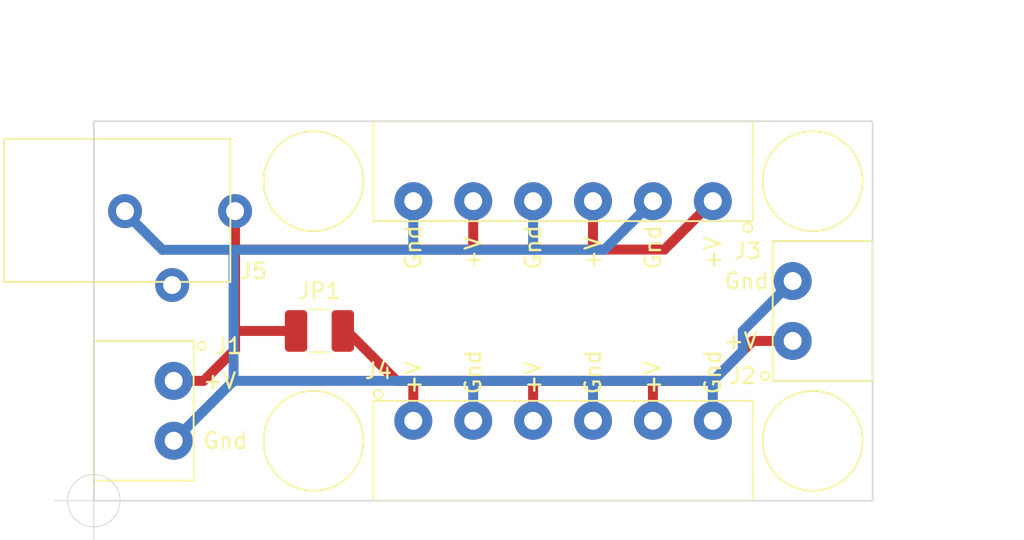
<source format=kicad_pcb>
(kicad_pcb (version 20171130) (host pcbnew "(5.1.4)-1")

  (general
    (thickness 1.6)
    (drawings 26)
    (tracks 46)
    (zones 0)
    (modules 10)
    (nets 4)
  )

  (page A4)
  (layers
    (0 F.Cu signal)
    (31 B.Cu signal)
    (32 B.Adhes user)
    (33 F.Adhes user)
    (34 B.Paste user)
    (35 F.Paste user)
    (36 B.SilkS user)
    (37 F.SilkS user)
    (38 B.Mask user)
    (39 F.Mask user)
    (40 Dwgs.User user)
    (41 Cmts.User user)
    (42 Eco1.User user)
    (43 Eco2.User user)
    (44 Edge.Cuts user)
    (45 Margin user)
    (46 B.CrtYd user)
    (47 F.CrtYd user)
    (48 B.Fab user hide)
    (49 F.Fab user hide)
  )

  (setup
    (last_trace_width 0.635)
    (trace_clearance 0.2)
    (zone_clearance 0.508)
    (zone_45_only no)
    (trace_min 0.2)
    (via_size 0.889)
    (via_drill 0.381)
    (via_min_size 0.4)
    (via_min_drill 0.3)
    (uvia_size 0.3)
    (uvia_drill 0.1)
    (uvias_allowed no)
    (uvia_min_size 0.2)
    (uvia_min_drill 0.1)
    (edge_width 0.05)
    (segment_width 0.2)
    (pcb_text_width 0.3)
    (pcb_text_size 1.5 1.5)
    (mod_edge_width 0.12)
    (mod_text_size 1 1)
    (mod_text_width 0.15)
    (pad_size 1.524 1.524)
    (pad_drill 0.762)
    (pad_to_mask_clearance 0.051)
    (solder_mask_min_width 0.25)
    (aux_axis_origin 0 0)
    (grid_origin 143.637 107.823)
    (visible_elements 7EFFFFFF)
    (pcbplotparams
      (layerselection 0x010fc_ffffffff)
      (usegerberextensions false)
      (usegerberattributes false)
      (usegerberadvancedattributes false)
      (creategerberjobfile false)
      (excludeedgelayer true)
      (linewidth 0.100000)
      (plotframeref false)
      (viasonmask false)
      (mode 1)
      (useauxorigin false)
      (hpglpennumber 1)
      (hpglpenspeed 20)
      (hpglpendiameter 15.000000)
      (psnegative false)
      (psa4output false)
      (plotreference true)
      (plotvalue true)
      (plotinvisibletext false)
      (padsonsilk false)
      (subtractmaskfromsilk false)
      (outputformat 1)
      (mirror false)
      (drillshape 0)
      (scaleselection 1)
      (outputdirectory ""))
  )

  (net 0 "")
  (net 1 GND)
  (net 2 /V+)
  (net 3 /V+Aux)

  (net_class Default "This is the default net class."
    (clearance 0.2)
    (trace_width 0.635)
    (via_dia 0.889)
    (via_drill 0.381)
    (uvia_dia 0.3)
    (uvia_drill 0.1)
    (add_net /V+)
    (add_net /V+Aux)
    (add_net GND)
  )

  (module Resistor_SMD:R_1210_3225Metric_Pad1.42x2.65mm_HandSolder (layer F.Cu) (tedit 5B301BBD) (tstamp 5E2C0EC4)
    (at 157.988 97.028)
    (descr "Resistor SMD 1210 (3225 Metric), square (rectangular) end terminal, IPC_7351 nominal with elongated pad for handsoldering. (Body size source: http://www.tortai-tech.com/upload/download/2011102023233369053.pdf), generated with kicad-footprint-generator")
    (tags "resistor handsolder")
    (path /5E2CDA7F)
    (attr smd)
    (fp_text reference JP1 (at 0 -2.54) (layer F.SilkS)
      (effects (font (size 1 1) (thickness 0.15)))
    )
    (fp_text value Jumper (at 0 2.28) (layer F.Fab)
      (effects (font (size 1 1) (thickness 0.15)))
    )
    (fp_text user %R (at 0 0) (layer F.Fab)
      (effects (font (size 0.8 0.8) (thickness 0.12)))
    )
    (fp_line (start 2.45 1.58) (end -2.45 1.58) (layer F.CrtYd) (width 0.05))
    (fp_line (start 2.45 -1.58) (end 2.45 1.58) (layer F.CrtYd) (width 0.05))
    (fp_line (start -2.45 -1.58) (end 2.45 -1.58) (layer F.CrtYd) (width 0.05))
    (fp_line (start -2.45 1.58) (end -2.45 -1.58) (layer F.CrtYd) (width 0.05))
    (fp_line (start -0.602064 1.36) (end 0.602064 1.36) (layer F.SilkS) (width 0.12))
    (fp_line (start -0.602064 -1.36) (end 0.602064 -1.36) (layer F.SilkS) (width 0.12))
    (fp_line (start 1.6 1.25) (end -1.6 1.25) (layer F.Fab) (width 0.1))
    (fp_line (start 1.6 -1.25) (end 1.6 1.25) (layer F.Fab) (width 0.1))
    (fp_line (start -1.6 -1.25) (end 1.6 -1.25) (layer F.Fab) (width 0.1))
    (fp_line (start -1.6 1.25) (end -1.6 -1.25) (layer F.Fab) (width 0.1))
    (pad 2 smd roundrect (at 1.4875 0) (size 1.425 2.65) (layers F.Cu F.Paste F.Mask) (roundrect_rratio 0.175439)
      (net 3 /V+Aux))
    (pad 1 smd roundrect (at -1.4875 0) (size 1.425 2.65) (layers F.Cu F.Paste F.Mask) (roundrect_rratio 0.175439)
      (net 2 /V+))
    (model ${KISYS3DMOD}/Resistor_SMD.3dshapes/R_1210_3225Metric.wrl
      (at (xyz 0 0 0))
      (scale (xyz 1 1 1))
      (rotate (xyz 0 0 0))
    )
  )

  (module 0MiscParts:PJ-102 (layer F.Cu) (tedit 5DE1130E) (tstamp 5E2B1340)
    (at 137.922 89.408)
    (path /5E2C4DE7)
    (fp_text reference J5 (at 15.875 3.81) (layer F.SilkS)
      (effects (font (size 1 1) (thickness 0.15)))
    )
    (fp_text value PJ-102 (at 7.6 6.8) (layer F.Fab)
      (effects (font (size 1 1) (thickness 0.15)))
    )
    (fp_line (start 0 4.5) (end 0 -4.5) (layer F.SilkS) (width 0.12))
    (fp_line (start 14.4 4.5) (end 0 4.5) (layer F.SilkS) (width 0.12))
    (fp_line (start 14.4 -4.6) (end 14.4 4.5) (layer F.SilkS) (width 0.12))
    (fp_line (start 0 -4.6) (end 14.4 -4.6) (layer F.SilkS) (width 0.12))
    (pad 3 thru_hole circle (at 10.7 4.7) (size 2.159 2.159) (drill 1.143) (layers *.Cu *.Mask))
    (pad 2 thru_hole circle (at 7.7 0) (size 2.159 2.159) (drill 1.143) (layers *.Cu *.Mask)
      (net 1 GND))
    (pad 1 thru_hole circle (at 14.7 0) (size 2.159 2.159) (drill 1.143) (layers *.Cu *.Mask)
      (net 2 /V+))
  )

  (module 0MiscParts:6_Pin_3.81mm (layer F.Cu) (tedit 5E2AC273) (tstamp 5E2B1153)
    (at 173.482 102.743)
    (path /5E2BD44A)
    (fp_text reference J4 (at -11.7475 -3.175) (layer F.SilkS)
      (effects (font (size 1 1) (thickness 0.15)))
    )
    (fp_text value Conn_01x06 (at 0 2.159) (layer F.Fab)
      (effects (font (size 1 1) (thickness 0.15)))
    )
    (fp_circle (center -11.7475 -1.68452) (end -11.6205 -1.43052) (layer F.SilkS) (width 0.12))
    (fp_line (start -12.065 -1.27) (end 12.065 -1.27) (layer F.SilkS) (width 0.12))
    (fp_line (start 12.065 -1.27) (end 12.065 5.08) (layer F.SilkS) (width 0.12))
    (fp_line (start 12.065 5.08) (end -12.065 5.08) (layer F.SilkS) (width 0.12))
    (fp_line (start -12.065 5.08) (end -12.065 -1.27) (layer F.SilkS) (width 0.12))
    (pad 6 thru_hole circle (at 9.525 0) (size 2.413 2.413) (drill 1.143) (layers *.Cu *.Mask)
      (net 1 GND))
    (pad 5 thru_hole circle (at 5.715 0) (size 2.413 2.413) (drill 1.143) (layers *.Cu *.Mask)
      (net 3 /V+Aux))
    (pad 1 thru_hole circle (at -9.525 0) (size 2.413 2.413) (drill 1.143) (layers *.Cu *.Mask)
      (net 3 /V+Aux))
    (pad 2 thru_hole circle (at -5.715 0) (size 2.413 2.413) (drill 1.143) (layers *.Cu *.Mask)
      (net 1 GND))
    (pad 3 thru_hole circle (at -1.905 0) (size 2.413 2.413) (drill 1.143) (layers *.Cu *.Mask)
      (net 3 /V+Aux))
    (pad 4 thru_hole circle (at 1.905 0) (size 2.413 2.413) (drill 1.143) (layers *.Cu *.Mask)
      (net 1 GND))
  )

  (module 0MiscParts:6_Pin_3.81mm (layer F.Cu) (tedit 5E2AC273) (tstamp 5E2ABFD6)
    (at 173.482 88.773 180)
    (path /5E2BCD37)
    (fp_text reference J3 (at -11.7475 -3.175) (layer F.SilkS)
      (effects (font (size 1 1) (thickness 0.15)))
    )
    (fp_text value Conn_01x06 (at 0 2.159) (layer F.Fab)
      (effects (font (size 1 1) (thickness 0.15)))
    )
    (fp_circle (center -11.7475 -1.68452) (end -11.6205 -1.43052) (layer F.SilkS) (width 0.12))
    (fp_line (start -12.065 -1.27) (end 12.065 -1.27) (layer F.SilkS) (width 0.12))
    (fp_line (start 12.065 -1.27) (end 12.065 5.08) (layer F.SilkS) (width 0.12))
    (fp_line (start 12.065 5.08) (end -12.065 5.08) (layer F.SilkS) (width 0.12))
    (fp_line (start -12.065 5.08) (end -12.065 -1.27) (layer F.SilkS) (width 0.12))
    (pad 6 thru_hole circle (at 9.525 0 180) (size 2.413 2.413) (drill 1.143) (layers *.Cu *.Mask)
      (net 1 GND))
    (pad 5 thru_hole circle (at 5.715 0 180) (size 2.413 2.413) (drill 1.143) (layers *.Cu *.Mask)
      (net 2 /V+))
    (pad 1 thru_hole circle (at -9.525 0 180) (size 2.413 2.413) (drill 1.143) (layers *.Cu *.Mask)
      (net 2 /V+))
    (pad 2 thru_hole circle (at -5.715 0 180) (size 2.413 2.413) (drill 1.143) (layers *.Cu *.Mask)
      (net 1 GND))
    (pad 3 thru_hole circle (at -1.905 0 180) (size 2.413 2.413) (drill 1.143) (layers *.Cu *.Mask)
      (net 2 /V+))
    (pad 4 thru_hole circle (at 1.905 0 180) (size 2.413 2.413) (drill 1.143) (layers *.Cu *.Mask)
      (net 1 GND))
  )

  (module "0MiscParts:2 Pin 3.81mm" (layer F.Cu) (tedit 5D595D92) (tstamp 5E2ABFCC)
    (at 188.087 95.758 90)
    (path /5E2BD9B2)
    (fp_text reference J2 (at -4.1275 -3.175 180) (layer F.SilkS)
      (effects (font (size 1 1) (thickness 0.15)))
    )
    (fp_text value Conn_01x02 (at 0 2.286 90) (layer F.Fab)
      (effects (font (size 1 1) (thickness 0.15)))
    )
    (fp_circle (center -4.1275 -1.770183) (end -4.064 -1.516183) (layer F.SilkS) (width 0.12))
    (fp_line (start -4.445 -1.27) (end -4.445 5.08) (layer F.SilkS) (width 0.12))
    (fp_line (start -4.445 5.08) (end 4.445 5.08) (layer F.SilkS) (width 0.12))
    (fp_line (start 4.445 5.08) (end 4.445 -1.27) (layer F.SilkS) (width 0.12))
    (fp_line (start -4.445 -1.27) (end 4.445 -1.27) (layer F.SilkS) (width 0.12))
    (pad 1 thru_hole circle (at -1.905 0 90) (size 2.413 2.413) (drill 1.143) (layers *.Cu *.Mask)
      (net 3 /V+Aux))
    (pad 2 thru_hole circle (at 1.905 0 90) (size 2.413 2.413) (drill 1.143) (layers *.Cu *.Mask)
      (net 1 GND))
  )

  (module "0MiscParts:2 Pin 3.81mm" (layer F.Cu) (tedit 5D595D92) (tstamp 5E2AC075)
    (at 148.717 102.108 270)
    (path /5E2BC4C3)
    (fp_text reference J1 (at -4.1275 -3.4925 180) (layer F.SilkS)
      (effects (font (size 1 1) (thickness 0.15)))
    )
    (fp_text value Conn_01x02 (at 0 2.286 90) (layer F.Fab)
      (effects (font (size 1 1) (thickness 0.15)))
    )
    (fp_circle (center -4.1275 -1.770183) (end -4.064 -1.516183) (layer F.SilkS) (width 0.12))
    (fp_line (start -4.445 -1.27) (end -4.445 5.08) (layer F.SilkS) (width 0.12))
    (fp_line (start -4.445 5.08) (end 4.445 5.08) (layer F.SilkS) (width 0.12))
    (fp_line (start 4.445 5.08) (end 4.445 -1.27) (layer F.SilkS) (width 0.12))
    (fp_line (start -4.445 -1.27) (end 4.445 -1.27) (layer F.SilkS) (width 0.12))
    (pad 1 thru_hole circle (at -1.905 0 270) (size 2.413 2.413) (drill 1.143) (layers *.Cu *.Mask)
      (net 2 /V+))
    (pad 2 thru_hole circle (at 1.905 0 270) (size 2.413 2.413) (drill 1.143) (layers *.Cu *.Mask)
      (net 1 GND))
  )

  (module "0MiscParts:MountingHole _1-8_1-4" (layer F.Cu) (tedit 5D5FAF04) (tstamp 5E2ABFB6)
    (at 189.357 87.503)
    (path /5E2C22EF)
    (fp_text reference H4 (at 0 2.032) (layer F.Fab)
      (effects (font (size 1 1) (thickness 0.15)))
    )
    (fp_text value MountingHole (at 0 -2.032) (layer F.Fab)
      (effects (font (size 1 1) (thickness 0.15)))
    )
    (fp_circle (center 0 0) (end 3.175 0) (layer F.SilkS) (width 0.12))
    (pad "" np_thru_hole circle (at 0 0) (size 3.175 3.175) (drill 3.175) (layers *.Cu *.Mask))
  )

  (module "0MiscParts:MountingHole _1-8_1-4" (layer F.Cu) (tedit 5D5FAF04) (tstamp 5E2ABFB0)
    (at 157.607 87.503)
    (path /5E2C2142)
    (fp_text reference H3 (at 0 2.032) (layer F.Fab)
      (effects (font (size 1 1) (thickness 0.15)))
    )
    (fp_text value MountingHole (at 0 -2.032) (layer F.Fab)
      (effects (font (size 1 1) (thickness 0.15)))
    )
    (fp_circle (center 0 0) (end 3.175 0) (layer F.SilkS) (width 0.12))
    (pad "" np_thru_hole circle (at 0 0) (size 3.175 3.175) (drill 3.175) (layers *.Cu *.Mask))
  )

  (module "0MiscParts:MountingHole _1-8_1-4" (layer F.Cu) (tedit 5D5FAF04) (tstamp 5E2ABFAA)
    (at 189.357 104.013)
    (path /5E2C2009)
    (fp_text reference H2 (at 0 2.032) (layer F.Fab)
      (effects (font (size 1 1) (thickness 0.15)))
    )
    (fp_text value MountingHole (at 0 -2.032) (layer F.Fab)
      (effects (font (size 1 1) (thickness 0.15)))
    )
    (fp_circle (center 0 0) (end 3.175 0) (layer F.SilkS) (width 0.12))
    (pad "" np_thru_hole circle (at 0 0) (size 3.175 3.175) (drill 3.175) (layers *.Cu *.Mask))
  )

  (module "0MiscParts:MountingHole _1-8_1-4" (layer F.Cu) (tedit 5D5FAF04) (tstamp 5E2ABFA4)
    (at 157.607 104.013)
    (path /5E2C18E5)
    (fp_text reference H1 (at 0 2.032) (layer F.Fab)
      (effects (font (size 1 1) (thickness 0.15)))
    )
    (fp_text value MountingHole (at 0 -2.032) (layer F.Fab)
      (effects (font (size 1 1) (thickness 0.15)))
    )
    (fp_circle (center 0 0) (end 3.175 0) (layer F.SilkS) (width 0.12))
    (pad "" np_thru_hole circle (at 0 0) (size 3.175 3.175) (drill 3.175) (layers *.Cu *.Mask))
  )

  (gr_text Gnd (at 179.197 93.218 90) (layer F.SilkS) (tstamp 5E31F76F)
    (effects (font (size 1 1) (thickness 0.15)) (justify left))
  )
  (gr_text Gnd (at 171.577 93.218 90) (layer F.SilkS) (tstamp 5E31F76F)
    (effects (font (size 1 1) (thickness 0.15)) (justify left))
  )
  (gr_text Gnd (at 163.957 93.218 90) (layer F.SilkS) (tstamp 5E31F76F)
    (effects (font (size 1 1) (thickness 0.15)) (justify left))
  )
  (gr_text Gnd (at 183.007 101.1555 90) (layer F.SilkS) (tstamp 5E31F7A1)
    (effects (font (size 1 1) (thickness 0.15)) (justify left))
  )
  (gr_text Gnd (at 175.387 101.1555 90) (layer F.SilkS) (tstamp 5E31F76F)
    (effects (font (size 1 1) (thickness 0.15)) (justify left))
  )
  (gr_text Gnd (at 167.767 101.1555 90) (layer F.SilkS) (tstamp 5E31F70D)
    (effects (font (size 1 1) (thickness 0.15)) (justify left))
  )
  (gr_text +V (at 183.007 93.218 90) (layer F.SilkS) (tstamp 5E31F70D)
    (effects (font (size 1 1) (thickness 0.15)) (justify left))
  )
  (gr_text +V (at 175.387 93.218 90) (layer F.SilkS) (tstamp 5E31F70D)
    (effects (font (size 1 1) (thickness 0.15)) (justify left))
  )
  (gr_text +V (at 167.767 93.218 90) (layer F.SilkS) (tstamp 5E31F70D)
    (effects (font (size 1 1) (thickness 0.15)) (justify left))
  )
  (gr_text +V (at 179.197 101.1555 90) (layer F.SilkS) (tstamp 5E31F70D)
    (effects (font (size 1 1) (thickness 0.15)) (justify left))
  )
  (gr_text +V (at 171.577 101.1555 90) (layer F.SilkS) (tstamp 5E31F70D)
    (effects (font (size 1 1) (thickness 0.15)) (justify left))
  )
  (gr_text +V (at 163.957 101.1555 90) (layer F.SilkS) (tstamp 5E31F6E8)
    (effects (font (size 1 1) (thickness 0.15)) (justify left))
  )
  (gr_text +V (at 183.642 97.663) (layer F.SilkS) (tstamp 5E31F6B7)
    (effects (font (size 1 1) (thickness 0.15)) (justify left))
  )
  (gr_text Gnd (at 183.642 93.853) (layer F.SilkS) (tstamp 5E31F6BE)
    (effects (font (size 1 1) (thickness 0.15)) (justify left))
  )
  (gr_text +V (at 150.495 100.203) (layer F.SilkS) (tstamp 5E31F69B)
    (effects (font (size 1 1) (thickness 0.15)) (justify left))
  )
  (gr_text Gnd (at 150.495 104.013) (layer F.SilkS)
    (effects (font (size 1 1) (thickness 0.15)) (justify left))
  )
  (target plus (at 143.637 107.823) (size 5) (width 0.05) (layer Edge.Cuts))
  (dimension 13.97 (width 0.15) (layer Dwgs.User)
    (gr_text "0.5500 in" (at 150.622 79.853) (layer Dwgs.User)
      (effects (font (size 1 1) (thickness 0.15)))
    )
    (feature1 (pts (xy 157.607 83.693) (xy 157.607 80.566579)))
    (feature2 (pts (xy 143.637 83.693) (xy 143.637 80.566579)))
    (crossbar (pts (xy 143.637 81.153) (xy 157.607 81.153)))
    (arrow1a (pts (xy 157.607 81.153) (xy 156.480496 81.739421)))
    (arrow1b (pts (xy 157.607 81.153) (xy 156.480496 80.566579)))
    (arrow2a (pts (xy 143.637 81.153) (xy 144.763504 81.739421)))
    (arrow2b (pts (xy 143.637 81.153) (xy 144.763504 80.566579)))
  )
  (dimension 31.75 (width 0.15) (layer Dwgs.User)
    (gr_text "1.2500 in" (at 173.482 79.853) (layer Dwgs.User)
      (effects (font (size 1 1) (thickness 0.15)))
    )
    (feature1 (pts (xy 189.357 83.693) (xy 189.357 80.566579)))
    (feature2 (pts (xy 157.607 83.693) (xy 157.607 80.566579)))
    (crossbar (pts (xy 157.607 81.153) (xy 189.357 81.153)))
    (arrow1a (pts (xy 189.357 81.153) (xy 188.230496 81.739421)))
    (arrow1b (pts (xy 189.357 81.153) (xy 188.230496 80.566579)))
    (arrow2a (pts (xy 157.607 81.153) (xy 158.733504 81.739421)))
    (arrow2b (pts (xy 157.607 81.153) (xy 158.733504 80.566579)))
  )
  (dimension 16.51 (width 0.15) (layer Dwgs.User)
    (gr_text "0.6500 in" (at 197.007 95.758 270) (layer Dwgs.User)
      (effects (font (size 1 1) (thickness 0.15)))
    )
    (feature1 (pts (xy 193.167 104.013) (xy 196.293421 104.013)))
    (feature2 (pts (xy 193.167 87.503) (xy 196.293421 87.503)))
    (crossbar (pts (xy 195.707 87.503) (xy 195.707 104.013)))
    (arrow1a (pts (xy 195.707 104.013) (xy 195.120579 102.886496)))
    (arrow1b (pts (xy 195.707 104.013) (xy 196.293421 102.886496)))
    (arrow2a (pts (xy 195.707 87.503) (xy 195.120579 88.629504)))
    (arrow2b (pts (xy 195.707 87.503) (xy 196.293421 88.629504)))
  )
  (dimension 24.13 (width 0.15) (layer Dwgs.User)
    (gr_text "0.9500 in" (at 201.452 95.758 270) (layer Dwgs.User)
      (effects (font (size 1 1) (thickness 0.15)))
    )
    (feature1 (pts (xy 193.167 107.823) (xy 200.738421 107.823)))
    (feature2 (pts (xy 193.167 83.693) (xy 200.738421 83.693)))
    (crossbar (pts (xy 200.152 83.693) (xy 200.152 107.823)))
    (arrow1a (pts (xy 200.152 107.823) (xy 199.565579 106.696496)))
    (arrow1b (pts (xy 200.152 107.823) (xy 200.738421 106.696496)))
    (arrow2a (pts (xy 200.152 83.693) (xy 199.565579 84.819504)))
    (arrow2b (pts (xy 200.152 83.693) (xy 200.738421 84.819504)))
  )
  (dimension 49.53 (width 0.15) (layer Dwgs.User)
    (gr_text "1.9500 in" (at 168.402 76.678) (layer Dwgs.User)
      (effects (font (size 1 1) (thickness 0.15)))
    )
    (feature1 (pts (xy 193.167 83.693) (xy 193.167 77.391579)))
    (feature2 (pts (xy 143.637 83.693) (xy 143.637 77.391579)))
    (crossbar (pts (xy 143.637 77.978) (xy 193.167 77.978)))
    (arrow1a (pts (xy 193.167 77.978) (xy 192.040496 78.564421)))
    (arrow1b (pts (xy 193.167 77.978) (xy 192.040496 77.391579)))
    (arrow2a (pts (xy 143.637 77.978) (xy 144.763504 78.564421)))
    (arrow2b (pts (xy 143.637 77.978) (xy 144.763504 77.391579)))
  )
  (gr_line (start 193.167 107.823) (end 143.637 107.823) (layer Edge.Cuts) (width 0.1))
  (gr_line (start 193.167 83.693) (end 193.167 107.823) (layer Edge.Cuts) (width 0.1))
  (gr_line (start 143.637 83.693) (end 193.167 83.693) (layer Edge.Cuts) (width 0.1))
  (gr_line (start 143.637 107.823) (end 143.637 83.693) (layer Edge.Cuts) (width 0.1))

  (segment (start 183.007 102.743) (end 183.007 100.203) (width 0.635) (layer B.Cu) (net 1))
  (segment (start 164.037 91.868) (end 171.657 91.868) (width 0.635) (layer B.Cu) (net 1))
  (segment (start 171.657 91.868) (end 176.102 91.868) (width 0.635) (layer B.Cu) (net 1))
  (segment (start 175.387 102.743) (end 175.387 100.203) (width 0.635) (layer B.Cu) (net 1))
  (segment (start 175.387 100.203) (end 183.007 100.203) (width 0.635) (layer B.Cu) (net 1))
  (segment (start 148.717 104.013) (end 152.527 100.203) (width 0.635) (layer B.Cu) (net 1))
  (segment (start 167.767 102.743) (end 167.767 100.203) (width 0.635) (layer B.Cu) (net 1))
  (segment (start 152.527 100.203) (end 167.767 100.203) (width 0.635) (layer B.Cu) (net 1))
  (segment (start 167.767 100.203) (end 175.387 100.203) (width 0.635) (layer B.Cu) (net 1))
  (segment (start 184.912 97.028) (end 188.087 93.853) (width 0.635) (layer B.Cu) (net 1))
  (segment (start 183.007 100.203) (end 184.912 98.298) (width 0.635) (layer B.Cu) (net 1))
  (segment (start 184.912 98.298) (end 184.912 97.028) (width 0.635) (layer B.Cu) (net 1))
  (segment (start 163.957 91.788) (end 163.957 88.773) (width 0.635) (layer B.Cu) (net 1))
  (segment (start 164.037 91.868) (end 163.957 91.788) (width 0.635) (layer B.Cu) (net 1))
  (segment (start 171.577 91.788) (end 171.577 88.773) (width 0.635) (layer B.Cu) (net 1))
  (segment (start 171.657 91.868) (end 171.577 91.788) (width 0.635) (layer B.Cu) (net 1))
  (segment (start 176.102 91.868) (end 179.197 88.773) (width 0.635) (layer B.Cu) (net 1))
  (segment (start 152.527 91.948) (end 152.447 91.868) (width 0.635) (layer B.Cu) (net 1))
  (segment (start 152.527 100.203) (end 152.527 91.948) (width 0.635) (layer B.Cu) (net 1))
  (segment (start 152.447 91.868) (end 164.037 91.868) (width 0.635) (layer B.Cu) (net 1))
  (segment (start 148.002 91.868) (end 152.447 91.868) (width 0.635) (layer B.Cu) (net 1))
  (segment (start 145.622 89.408) (end 145.622 89.488) (width 0.635) (layer B.Cu) (net 1))
  (segment (start 145.622 89.488) (end 148.002 91.868) (width 0.635) (layer B.Cu) (net 1))
  (segment (start 179.927 91.853) (end 183.007 88.773) (width 0.635) (layer F.Cu) (net 2))
  (segment (start 152.622 89.408) (end 152.622 91.853) (width 0.635) (layer F.Cu) (net 2))
  (segment (start 175.387 91.758) (end 175.482 91.853) (width 0.635) (layer F.Cu) (net 2))
  (segment (start 175.387 88.773) (end 175.387 91.758) (width 0.635) (layer F.Cu) (net 2))
  (segment (start 175.482 91.853) (end 179.927 91.853) (width 0.635) (layer F.Cu) (net 2))
  (segment (start 167.767 91.758) (end 167.862 91.853) (width 0.635) (layer F.Cu) (net 2))
  (segment (start 167.767 88.773) (end 167.767 91.758) (width 0.635) (layer F.Cu) (net 2))
  (segment (start 152.622 91.853) (end 167.862 91.853) (width 0.635) (layer F.Cu) (net 2))
  (segment (start 167.862 91.853) (end 175.482 91.853) (width 0.635) (layer F.Cu) (net 2))
  (segment (start 156.5005 97.028) (end 152.717 97.028) (width 0.635) (layer F.Cu) (net 2))
  (segment (start 150.622 100.203) (end 148.717 100.203) (width 0.635) (layer F.Cu) (net 2))
  (segment (start 152.622 91.853) (end 152.622 98.203) (width 0.635) (layer F.Cu) (net 2))
  (segment (start 152.622 98.203) (end 150.622 100.203) (width 0.635) (layer F.Cu) (net 2))
  (segment (start 159.7295 97.028) (end 162.9045 100.203) (width 0.635) (layer F.Cu) (net 3))
  (segment (start 185.547 97.663) (end 188.087 97.663) (width 0.635) (layer F.Cu) (net 3))
  (segment (start 183.007 100.203) (end 185.547 97.663) (width 0.635) (layer F.Cu) (net 3))
  (segment (start 179.197 100.203) (end 179.197 102.743) (width 0.635) (layer F.Cu) (net 3))
  (segment (start 179.197 100.203) (end 183.007 100.203) (width 0.635) (layer F.Cu) (net 3))
  (segment (start 171.577 100.203) (end 171.577 102.743) (width 0.635) (layer F.Cu) (net 3))
  (segment (start 171.577 100.203) (end 179.197 100.203) (width 0.635) (layer F.Cu) (net 3))
  (segment (start 163.957 100.203) (end 163.957 102.743) (width 0.635) (layer F.Cu) (net 3))
  (segment (start 163.957 100.203) (end 171.577 100.203) (width 0.635) (layer F.Cu) (net 3))
  (segment (start 162.9045 100.203) (end 163.957 100.203) (width 0.635) (layer F.Cu) (net 3))

)

</source>
